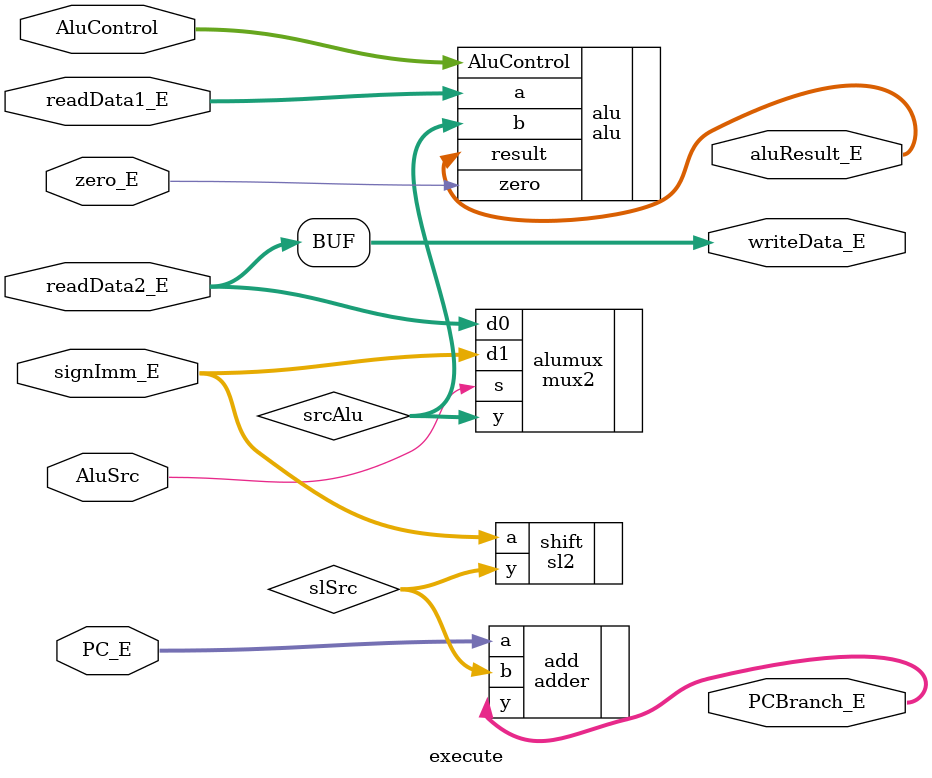
<source format=sv>
module execute (input logic AluSrc,zero_E,
			input logic [3:0] AluControl,
			input logic [63:0] PC_E,signImm_E, readData1_E, readData2_E,
			output logic [63:0] PCBranch_E, aluResult_E, writeData_E );
			
			logic [63:0] srcAlu, slSrc;
			mux2 alumux ( .d0(readData2_E), .d1(signImm_E), .s(AluSrc), .y(srcAlu));
			alu  alu (.a(readData1_E), .b(srcAlu), .AluControl(AluControl), .result(aluResult_E), .zero(zero_E));
			
			
			sl2 shift (.a(signImm_E), .y(slSrc));
			adder add (.a(PC_E), .b(slSrc), .y(PCBranch_E));
			
			assign writeData_E = readData2_E;
endmodule

</source>
